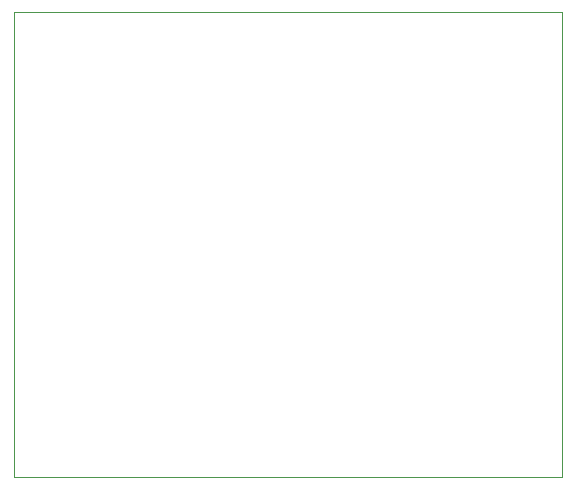
<source format=gbr>
%TF.GenerationSoftware,KiCad,Pcbnew,6.0.2-378541a8eb~116~ubuntu20.04.1*%
%TF.CreationDate,2022-02-28T20:37:39+01:00*%
%TF.ProjectId,lidar,6c696461-722e-46b6-9963-61645f706362,0.3.0*%
%TF.SameCoordinates,PX371baa8PY4509570*%
%TF.FileFunction,Profile,NP*%
%FSLAX46Y46*%
G04 Gerber Fmt 4.6, Leading zero omitted, Abs format (unit mm)*
G04 Created by KiCad (PCBNEW 6.0.2-378541a8eb~116~ubuntu20.04.1) date 2022-02-28 20:37:39*
%MOMM*%
%LPD*%
G01*
G04 APERTURE LIST*
%TA.AperFunction,Profile*%
%ADD10C,0.100000*%
%TD*%
G04 APERTURE END LIST*
D10*
X-4445000Y4445000D02*
X41910000Y4445000D01*
X41910000Y4445000D02*
X41910000Y-34925000D01*
X41910000Y-34925000D02*
X-4445000Y-34925000D01*
X-4445000Y-34925000D02*
X-4445000Y4445000D01*
M02*

</source>
